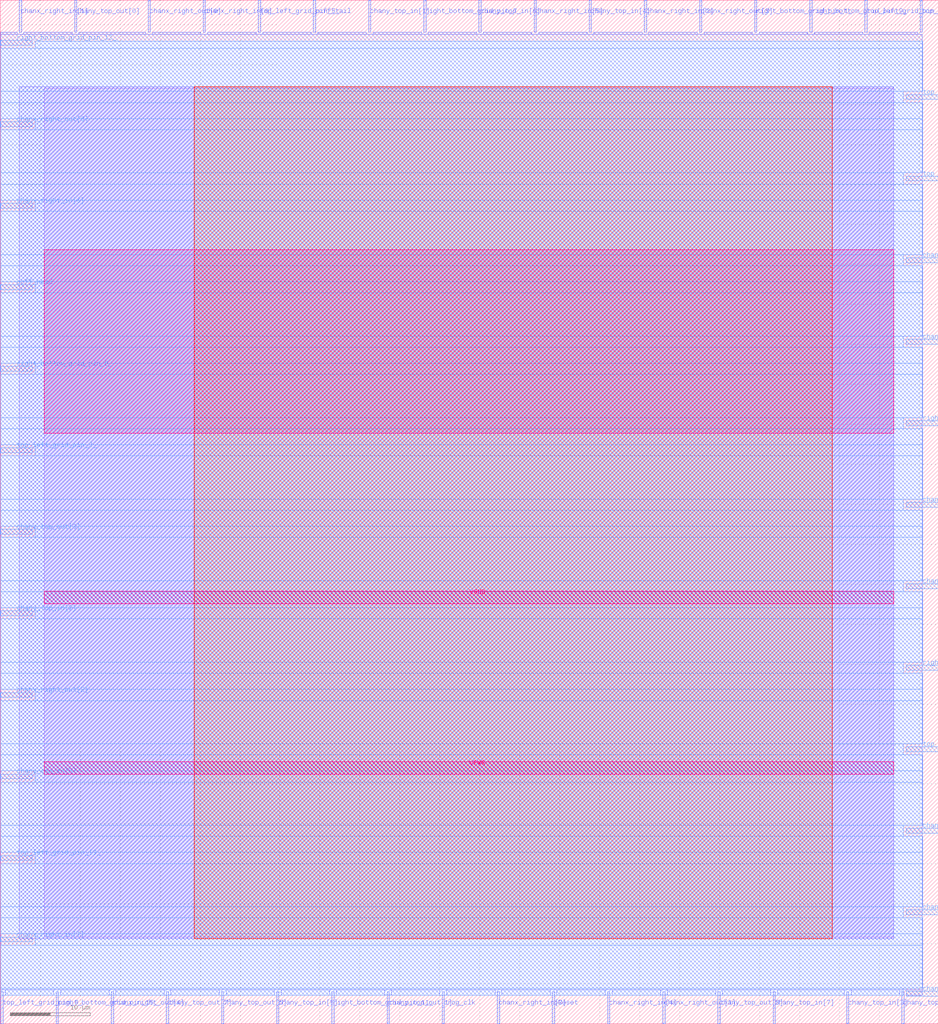
<source format=lef>
VERSION 5.7 ;
  NOWIREEXTENSIONATPIN ON ;
  DIVIDERCHAR "/" ;
  BUSBITCHARS "[]" ;
MACRO sb_0__0_
  CLASS BLOCK ;
  FOREIGN sb_0__0_ ;
  ORIGIN 0.000 0.000 ;
  SIZE 117.355 BY 128.075 ;
  PIN ccff_head
    DIRECTION INPUT ;
    PORT
      LAYER met3 ;
        RECT 0.000 91.840 4.000 92.440 ;
    END
  END ccff_head
  PIN ccff_tail
    DIRECTION OUTPUT TRISTATE ;
    PORT
      LAYER met2 ;
        RECT 39.190 124.075 39.470 128.075 ;
    END
  END ccff_tail
  PIN chanx_right_in[0]
    DIRECTION INPUT ;
    PORT
      LAYER met2 ;
        RECT 25.390 124.075 25.670 128.075 ;
    END
  END chanx_right_in[0]
  PIN chanx_right_in[1]
    DIRECTION INPUT ;
    PORT
      LAYER met2 ;
        RECT 2.390 124.075 2.670 128.075 ;
    END
  END chanx_right_in[1]
  PIN chanx_right_in[2]
    DIRECTION INPUT ;
    PORT
      LAYER met2 ;
        RECT 80.590 124.075 80.870 128.075 ;
    END
  END chanx_right_in[2]
  PIN chanx_right_in[3]
    DIRECTION INPUT ;
    PORT
      LAYER met2 ;
        RECT 62.190 0.000 62.470 4.000 ;
    END
  END chanx_right_in[3]
  PIN chanx_right_in[4]
    DIRECTION INPUT ;
    PORT
      LAYER met2 ;
        RECT 75.990 0.000 76.270 4.000 ;
    END
  END chanx_right_in[4]
  PIN chanx_right_in[5]
    DIRECTION INPUT ;
    PORT
      LAYER met2 ;
        RECT 66.790 124.075 67.070 128.075 ;
    END
  END chanx_right_in[5]
  PIN chanx_right_in[6]
    DIRECTION INPUT ;
    PORT
      LAYER met3 ;
        RECT 0.000 102.040 4.000 102.640 ;
    END
  END chanx_right_in[6]
  PIN chanx_right_in[7]
    DIRECTION INPUT ;
    PORT
      LAYER met3 ;
        RECT 0.000 10.240 4.000 10.840 ;
    END
  END chanx_right_in[7]
  PIN chanx_right_in[8]
    DIRECTION INPUT ;
    PORT
      LAYER met3 ;
        RECT 113.355 54.440 117.355 55.040 ;
    END
  END chanx_right_in[8]
  PIN chanx_right_out[0]
    DIRECTION OUTPUT TRISTATE ;
    PORT
      LAYER met2 ;
        RECT 18.490 124.075 18.770 128.075 ;
    END
  END chanx_right_out[0]
  PIN chanx_right_out[1]
    DIRECTION OUTPUT TRISTATE ;
    PORT
      LAYER met2 ;
        RECT 82.890 0.000 83.170 4.000 ;
    END
  END chanx_right_out[1]
  PIN chanx_right_out[2]
    DIRECTION OUTPUT TRISTATE ;
    PORT
      LAYER met3 ;
        RECT 0.000 40.840 4.000 41.440 ;
    END
  END chanx_right_out[2]
  PIN chanx_right_out[3]
    DIRECTION OUTPUT TRISTATE ;
    PORT
      LAYER met2 ;
        RECT 87.490 124.075 87.770 128.075 ;
    END
  END chanx_right_out[3]
  PIN chanx_right_out[4]
    DIRECTION OUTPUT TRISTATE ;
    PORT
      LAYER met2 ;
        RECT 13.890 0.000 14.170 4.000 ;
    END
  END chanx_right_out[4]
  PIN chanx_right_out[5]
    DIRECTION OUTPUT TRISTATE ;
    PORT
      LAYER met3 ;
        RECT 113.355 3.440 117.355 4.040 ;
    END
  END chanx_right_out[5]
  PIN chanx_right_out[6]
    DIRECTION OUTPUT TRISTATE ;
    PORT
      LAYER met3 ;
        RECT 0.000 112.240 4.000 112.840 ;
    END
  END chanx_right_out[6]
  PIN chanx_right_out[7]
    DIRECTION OUTPUT TRISTATE ;
    PORT
      LAYER met3 ;
        RECT 113.355 23.840 117.355 24.440 ;
    END
  END chanx_right_out[7]
  PIN chanx_right_out[8]
    DIRECTION OUTPUT TRISTATE ;
    PORT
      LAYER met3 ;
        RECT 113.355 85.040 117.355 85.640 ;
    END
  END chanx_right_out[8]
  PIN chany_top_in[0]
    DIRECTION INPUT ;
    PORT
      LAYER met2 ;
        RECT 112.790 0.000 113.070 4.000 ;
    END
  END chany_top_in[0]
  PIN chany_top_in[1]
    DIRECTION INPUT ;
    PORT
      LAYER met2 ;
        RECT 46.090 124.075 46.370 128.075 ;
    END
  END chany_top_in[1]
  PIN chany_top_in[2]
    DIRECTION INPUT ;
    PORT
      LAYER met3 ;
        RECT 0.000 51.040 4.000 51.640 ;
    END
  END chany_top_in[2]
  PIN chany_top_in[3]
    DIRECTION INPUT ;
    PORT
      LAYER met2 ;
        RECT 105.890 0.000 106.170 4.000 ;
    END
  END chany_top_in[3]
  PIN chany_top_in[4]
    DIRECTION INPUT ;
    PORT
      LAYER met2 ;
        RECT 73.690 124.075 73.970 128.075 ;
    END
  END chany_top_in[4]
  PIN chany_top_in[5]
    DIRECTION INPUT ;
    PORT
      LAYER met2 ;
        RECT 34.590 0.000 34.870 4.000 ;
    END
  END chany_top_in[5]
  PIN chany_top_in[6]
    DIRECTION INPUT ;
    PORT
      LAYER met2 ;
        RECT 59.890 124.075 60.170 128.075 ;
    END
  END chany_top_in[6]
  PIN chany_top_in[7]
    DIRECTION INPUT ;
    PORT
      LAYER met2 ;
        RECT 96.690 0.000 96.970 4.000 ;
    END
  END chany_top_in[7]
  PIN chany_top_in[8]
    DIRECTION INPUT ;
    PORT
      LAYER met3 ;
        RECT 0.000 30.640 4.000 31.240 ;
    END
  END chany_top_in[8]
  PIN chany_top_out[0]
    DIRECTION OUTPUT TRISTATE ;
    PORT
      LAYER met2 ;
        RECT 9.290 124.075 9.570 128.075 ;
    END
  END chany_top_out[0]
  PIN chany_top_out[1]
    DIRECTION OUTPUT TRISTATE ;
    PORT
      LAYER met2 ;
        RECT 48.390 0.000 48.670 4.000 ;
    END
  END chany_top_out[1]
  PIN chany_top_out[2]
    DIRECTION OUTPUT TRISTATE ;
    PORT
      LAYER met3 ;
        RECT 113.355 64.640 117.355 65.240 ;
    END
  END chany_top_out[2]
  PIN chany_top_out[3]
    DIRECTION OUTPUT TRISTATE ;
    PORT
      LAYER met3 ;
        RECT 0.000 61.240 4.000 61.840 ;
    END
  END chany_top_out[3]
  PIN chany_top_out[4]
    DIRECTION OUTPUT TRISTATE ;
    PORT
      LAYER met3 ;
        RECT 113.355 95.240 117.355 95.840 ;
    END
  END chany_top_out[4]
  PIN chany_top_out[5]
    DIRECTION OUTPUT TRISTATE ;
    PORT
      LAYER met3 ;
        RECT 113.355 13.640 117.355 14.240 ;
    END
  END chany_top_out[5]
  PIN chany_top_out[6]
    DIRECTION OUTPUT TRISTATE ;
    PORT
      LAYER met2 ;
        RECT 27.690 0.000 27.970 4.000 ;
    END
  END chany_top_out[6]
  PIN chany_top_out[7]
    DIRECTION OUTPUT TRISTATE ;
    PORT
      LAYER met2 ;
        RECT 20.790 0.000 21.070 4.000 ;
    END
  END chany_top_out[7]
  PIN chany_top_out[8]
    DIRECTION OUTPUT TRISTATE ;
    PORT
      LAYER met2 ;
        RECT 89.790 0.000 90.070 4.000 ;
    END
  END chany_top_out[8]
  PIN pReset
    DIRECTION INPUT ;
    PORT
      LAYER met2 ;
        RECT 69.090 0.000 69.370 4.000 ;
    END
  END pReset
  PIN prog_clk
    DIRECTION INPUT ;
    PORT
      LAYER met2 ;
        RECT 55.290 0.000 55.570 4.000 ;
    END
  END prog_clk
  PIN right_bottom_grid_pin_11_
    DIRECTION INPUT ;
    PORT
      LAYER met2 ;
        RECT 41.490 0.000 41.770 4.000 ;
    END
  END right_bottom_grid_pin_11_
  PIN right_bottom_grid_pin_13_
    DIRECTION INPUT ;
    PORT
      LAYER met3 ;
        RECT 0.000 122.440 4.000 123.040 ;
    END
  END right_bottom_grid_pin_13_
  PIN right_bottom_grid_pin_15_
    DIRECTION INPUT ;
    PORT
      LAYER met2 ;
        RECT 6.990 0.000 7.270 4.000 ;
    END
  END right_bottom_grid_pin_15_
  PIN right_bottom_grid_pin_1_
    DIRECTION INPUT ;
    PORT
      LAYER met2 ;
        RECT 94.390 124.075 94.670 128.075 ;
    END
  END right_bottom_grid_pin_1_
  PIN right_bottom_grid_pin_3_
    DIRECTION INPUT ;
    PORT
      LAYER met3 ;
        RECT 113.355 44.240 117.355 44.840 ;
    END
  END right_bottom_grid_pin_3_
  PIN right_bottom_grid_pin_5_
    DIRECTION INPUT ;
    PORT
      LAYER met3 ;
        RECT 0.000 81.640 4.000 82.240 ;
    END
  END right_bottom_grid_pin_5_
  PIN right_bottom_grid_pin_7_
    DIRECTION INPUT ;
    PORT
      LAYER met2 ;
        RECT 52.990 124.075 53.270 128.075 ;
    END
  END right_bottom_grid_pin_7_
  PIN right_bottom_grid_pin_9_
    DIRECTION INPUT ;
    PORT
      LAYER met2 ;
        RECT 101.290 124.075 101.570 128.075 ;
    END
  END right_bottom_grid_pin_9_
  PIN right_top_grid_pin_10_
    DIRECTION INPUT ;
    PORT
      LAYER met3 ;
        RECT 113.355 74.840 117.355 75.440 ;
    END
  END right_top_grid_pin_10_
  PIN top_left_grid_pin_11_
    DIRECTION INPUT ;
    PORT
      LAYER met3 ;
        RECT 113.355 34.040 117.355 34.640 ;
    END
  END top_left_grid_pin_11_
  PIN top_left_grid_pin_13_
    DIRECTION INPUT ;
    PORT
      LAYER met3 ;
        RECT 0.000 20.440 4.000 21.040 ;
    END
  END top_left_grid_pin_13_
  PIN top_left_grid_pin_15_
    DIRECTION INPUT ;
    PORT
      LAYER met2 ;
        RECT 108.190 124.075 108.470 128.075 ;
    END
  END top_left_grid_pin_15_
  PIN top_left_grid_pin_1_
    DIRECTION INPUT ;
    PORT
      LAYER met2 ;
        RECT 115.090 124.075 115.370 128.075 ;
    END
  END top_left_grid_pin_1_
  PIN top_left_grid_pin_3_
    DIRECTION INPUT ;
    PORT
      LAYER met3 ;
        RECT 0.000 71.440 4.000 72.040 ;
    END
  END top_left_grid_pin_3_
  PIN top_left_grid_pin_5_
    DIRECTION INPUT ;
    PORT
      LAYER met2 ;
        RECT 32.290 124.075 32.570 128.075 ;
    END
  END top_left_grid_pin_5_
  PIN top_left_grid_pin_7_
    DIRECTION INPUT ;
    PORT
      LAYER met3 ;
        RECT 113.355 115.640 117.355 116.240 ;
    END
  END top_left_grid_pin_7_
  PIN top_left_grid_pin_9_
    DIRECTION INPUT ;
    PORT
      LAYER met2 ;
        RECT 0.090 0.000 0.370 4.000 ;
    END
  END top_left_grid_pin_9_
  PIN top_right_grid_pin_11_
    DIRECTION INPUT ;
    PORT
      LAYER met3 ;
        RECT 113.355 105.440 117.355 106.040 ;
    END
  END top_right_grid_pin_11_
  PIN VPWR
    DIRECTION INPUT ;
    USE POWER ;
    PORT
      LAYER met5 ;
        RECT 5.520 31.185 111.780 32.785 ;
    END
  END VPWR
  PIN VGND
    DIRECTION INPUT ;
    USE GROUND ;
    PORT
      LAYER met5 ;
        RECT 5.520 52.530 111.780 54.130 ;
    END
  END VGND
  OBS
      LAYER li1 ;
        RECT 5.520 10.795 111.780 117.045 ;
      LAYER met1 ;
        RECT 2.370 10.640 111.780 117.200 ;
      LAYER met2 ;
        RECT 0.090 123.795 2.110 124.075 ;
        RECT 2.950 123.795 9.010 124.075 ;
        RECT 9.850 123.795 18.210 124.075 ;
        RECT 19.050 123.795 25.110 124.075 ;
        RECT 25.950 123.795 32.010 124.075 ;
        RECT 32.850 123.795 38.910 124.075 ;
        RECT 39.750 123.795 45.810 124.075 ;
        RECT 46.650 123.795 52.710 124.075 ;
        RECT 53.550 123.795 59.610 124.075 ;
        RECT 60.450 123.795 66.510 124.075 ;
        RECT 67.350 123.795 73.410 124.075 ;
        RECT 74.250 123.795 80.310 124.075 ;
        RECT 81.150 123.795 87.210 124.075 ;
        RECT 88.050 123.795 94.110 124.075 ;
        RECT 94.950 123.795 101.010 124.075 ;
        RECT 101.850 123.795 107.910 124.075 ;
        RECT 108.750 123.795 114.810 124.075 ;
        RECT 0.090 4.280 115.370 123.795 ;
        RECT 0.650 3.555 6.710 4.280 ;
        RECT 7.550 3.555 13.610 4.280 ;
        RECT 14.450 3.555 20.510 4.280 ;
        RECT 21.350 3.555 27.410 4.280 ;
        RECT 28.250 3.555 34.310 4.280 ;
        RECT 35.150 3.555 41.210 4.280 ;
        RECT 42.050 3.555 48.110 4.280 ;
        RECT 48.950 3.555 55.010 4.280 ;
        RECT 55.850 3.555 61.910 4.280 ;
        RECT 62.750 3.555 68.810 4.280 ;
        RECT 69.650 3.555 75.710 4.280 ;
        RECT 76.550 3.555 82.610 4.280 ;
        RECT 83.450 3.555 89.510 4.280 ;
        RECT 90.350 3.555 96.410 4.280 ;
        RECT 97.250 3.555 105.610 4.280 ;
        RECT 106.450 3.555 112.510 4.280 ;
        RECT 113.350 3.555 115.370 4.280 ;
      LAYER met3 ;
        RECT 4.400 122.040 115.395 122.905 ;
        RECT 0.065 116.640 115.395 122.040 ;
        RECT 0.065 115.240 112.955 116.640 ;
        RECT 0.065 113.240 115.395 115.240 ;
        RECT 4.400 111.840 115.395 113.240 ;
        RECT 0.065 106.440 115.395 111.840 ;
        RECT 0.065 105.040 112.955 106.440 ;
        RECT 0.065 103.040 115.395 105.040 ;
        RECT 4.400 101.640 115.395 103.040 ;
        RECT 0.065 96.240 115.395 101.640 ;
        RECT 0.065 94.840 112.955 96.240 ;
        RECT 0.065 92.840 115.395 94.840 ;
        RECT 4.400 91.440 115.395 92.840 ;
        RECT 0.065 86.040 115.395 91.440 ;
        RECT 0.065 84.640 112.955 86.040 ;
        RECT 0.065 82.640 115.395 84.640 ;
        RECT 4.400 81.240 115.395 82.640 ;
        RECT 0.065 75.840 115.395 81.240 ;
        RECT 0.065 74.440 112.955 75.840 ;
        RECT 0.065 72.440 115.395 74.440 ;
        RECT 4.400 71.040 115.395 72.440 ;
        RECT 0.065 65.640 115.395 71.040 ;
        RECT 0.065 64.240 112.955 65.640 ;
        RECT 0.065 62.240 115.395 64.240 ;
        RECT 4.400 60.840 115.395 62.240 ;
        RECT 0.065 55.440 115.395 60.840 ;
        RECT 0.065 54.040 112.955 55.440 ;
        RECT 0.065 52.040 115.395 54.040 ;
        RECT 4.400 50.640 115.395 52.040 ;
        RECT 0.065 45.240 115.395 50.640 ;
        RECT 0.065 43.840 112.955 45.240 ;
        RECT 0.065 41.840 115.395 43.840 ;
        RECT 4.400 40.440 115.395 41.840 ;
        RECT 0.065 35.040 115.395 40.440 ;
        RECT 0.065 33.640 112.955 35.040 ;
        RECT 0.065 31.640 115.395 33.640 ;
        RECT 4.400 30.240 115.395 31.640 ;
        RECT 0.065 24.840 115.395 30.240 ;
        RECT 0.065 23.440 112.955 24.840 ;
        RECT 0.065 21.440 115.395 23.440 ;
        RECT 4.400 20.040 115.395 21.440 ;
        RECT 0.065 14.640 115.395 20.040 ;
        RECT 0.065 13.240 112.955 14.640 ;
        RECT 0.065 11.240 115.395 13.240 ;
        RECT 4.400 9.840 115.395 11.240 ;
        RECT 0.065 4.440 115.395 9.840 ;
        RECT 0.065 3.575 112.955 4.440 ;
      LAYER met4 ;
        RECT 24.280 10.640 104.115 117.200 ;
      LAYER met5 ;
        RECT 5.520 73.875 111.780 96.825 ;
  END
END sb_0__0_
END LIBRARY


</source>
